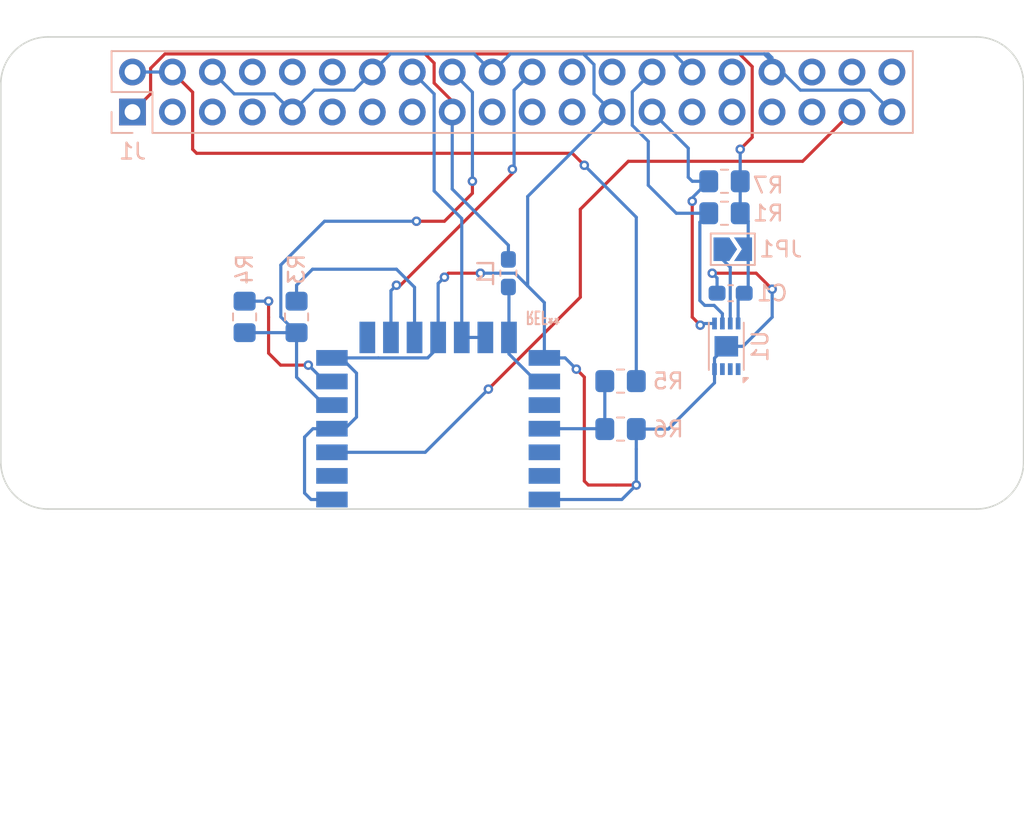
<source format=kicad_pcb>
(kicad_pcb (version 20241229) (generator "pcbnew") (generator_version "9.0")
  (title_block (date "15 nov 2012"))
  (layers (0 "F.Cu" signal) (2 "B.Cu" signal) (13 "F.Paste" user) (15 "B.Paste" user) (5 "F.SilkS" user "F.Silkscreen") (7 "B.SilkS" user "B.Silkscreen") (1 "F.Mask" user) (3 "B.Mask" user) (25 "Edge.Cuts" user))
  (net 0 "")
  (net 1 "GND")
  (net 2 "/GPIO3")
  (net 3 "/GPIO12")
  (net 4 "/GPIO13")
  (net 5 "/GPIO18")
  (net 6 "/GPIO17")
  (net 7 "/GPIO14")
  (net 8 "/GPIO27")
  (net 9 "/GPIO22")
  (net 10 "/GPIO23")
  (net 11 "/GPIO26")
  (net 12 "/GPIO24")
  (net 13 "/GPIO2")
  (net 14 "/GPIO1")
  (net 15 "/GPIO25")
  (net 16 "/GPIO9")
  (net 17 "/GPIO10")
  (net 18 "/GPIO20")
  (net 19 "/GPIO19")
  (net 20 "/GPIO8")
  (net 21 "/GPIO0")
  (net 22 "/GPIO6")
  (net 23 "/GPIO7")
  (net 24 "/GPIO11")
  (net 25 "/GPIO4")
  (net 26 "/GPIO16")
  (net 27 "/GPIO21")
  (net 28 "Net-(U2-DO)")
  (net 29 "+5V")
  (net 30 "+3V3")
  (net 31 "/WL_GPIO2")
  (net 33 "/WL_GPIO0")
  (net 34 "/WL_GPIO1")
  (net 36 "Net-(U2-VDDIO)")
  (net 38 "Net-(U2-nIRQ)")
  (net 39 "Net-(JP1-A)")
  (net 43 "/GPIO5")
  (net 44 "/GPIO15")
  (footprint "MountingHole:MountingHole_2.7mm_M2.5" (layer "F.Cu") (at 161.5 73.5)
    (property "Reference" "MH2" (hide yes))
    (property "Value" "MountingHole_2.7mm_M2.5" (hide yes))
    (pad "" np_thru_hole circle (at 0 0) (size 2.7 2.7) (drill 2.7) (layers "*.Cu" "*.Mask"))
  )
  (footprint "MountingHole:MountingHole_2.7mm_M2.5" (layer "F.Cu") (at 103.5 96.5)
    (property "Reference" "MH3" (hide yes))
    (property "Value" "MountingHole_2.7mm_M2.5" (hide yes))
    (pad "" np_thru_hole circle (at 0 0) (size 2.7 2.7) (drill 2.7) (layers "*.Cu" "*.Mask"))
  )
  (footprint "MountingHole:MountingHole_2.7mm_M2.5" (layer "F.Cu") (at 103.5 73.5)
    (property "Reference" "MH1" (hide yes))
    (property "Value" "MountingHole_2.7mm_M2.5" (hide yes))
    (pad "" np_thru_hole circle (at 0 0) (size 2.7 2.7) (drill 2.7) (layers "*.Cu" "*.Mask"))
  )
  (footprint "MountingHole:MountingHole_2.7mm_M2.5" (layer "F.Cu") (at 161.5 96.5)
    (property "Reference" "MH4" (hide yes))
    (property "Value" "MountingHole_2.7mm_M2.5" (hide yes))
    (pad "" np_thru_hole circle (at 0 0) (size 2.7 2.7) (drill 2.7) (layers "*.Cu" "*.Mask"))
  )
  (footprint "Connector_PinSocket_2.54mm:PinSocket_2x20_P2.54mm_Vertical" (layer "B.Cu") (at 108.37 74.77 -90)
    (property "Reference" "J1" (at 2.5 0 0) (layer "B.SilkS") (effects (justify mirror)))
    (property "Value" "GPIO")
    (fp_line (start -3.87 1.33) (end -1.27 1.33) (stroke (width 0.12)) (layer "B.SilkS"))
    (fp_line (start -3.87 1.33) (end -3.87 -49.59) (stroke (width 0.12)) (layer "B.SilkS"))
    (fp_line (start -1.27 1.33) (end -1.27 -1.27) (stroke (width 0.12)) (layer "B.SilkS"))
    (fp_line (start 0 1.33) (end 1.33 1.33) (stroke (width 0.12)) (layer "B.SilkS"))
    (fp_line (start 1.33 1.33) (end 1.33 0) (stroke (width 0.12)) (layer "B.SilkS"))
    (fp_line (start -1.27 -1.27) (end 1.33 -1.27) (stroke (width 0.12)) (layer "B.SilkS"))
    (fp_line (start 1.33 -1.27) (end 1.33 -49.59) (stroke (width 0.12)) (layer "B.SilkS"))
    (fp_line (start -3.87 -49.59) (end 1.33 -49.59) (stroke (width 0.12)) (layer "B.SilkS"))
    (pad "1" thru_hole rect (at 0 0 270) (size 1.7 1.7) (drill 1) (layers "*.Cu" "*.Mask") (net 30 "+3V3"))
    (pad "2" thru_hole circle (at -2.54 0 270) (size 1.7 1.7) (drill 1) (layers "*.Cu" "*.Mask") (net 29 "+5V"))
    (pad "3" thru_hole circle (at 0 -2.54 270) (size 1.7 1.7) (drill 1) (layers "*.Cu" "*.Mask") (net 13 "/GPIO2"))
    (pad "4" thru_hole circle (at -2.54 -2.54 270) (size 1.7 1.7) (drill 1) (layers "*.Cu" "*.Mask") (net 29 "+5V"))
    (pad "5" thru_hole circle (at 0 -5.08 270) (size 1.7 1.7) (drill 1) (layers "*.Cu" "*.Mask") (net 2 "/GPIO3"))
    (pad "6" thru_hole circle (at -2.54 -5.08 270) (size 1.7 1.7) (drill 1) (layers "*.Cu" "*.Mask") (net 1 "GND"))
    (pad "7" thru_hole circle (at 0 -7.62 270) (size 1.7 1.7) (drill 1) (layers "*.Cu" "*.Mask") (net 7 "/GPIO14"))
    (pad "8" thru_hole circle (at -2.54 -7.62 270) (size 1.7 1.7) (drill 1) (layers "*.Cu" "*.Mask") (net 25 "/GPIO4"))
    (pad "9" thru_hole circle (at 0 -10.16 270) (size 1.7 1.7) (drill 1) (layers "*.Cu" "*.Mask") (net 1 "GND"))
    (pad "10" thru_hole circle (at -2.54 -10.16 270) (size 1.7 1.7) (drill 1) (layers "*.Cu" "*.Mask") (net 44 "/GPIO15"))
    (pad "11" thru_hole circle (at 0 -12.7 270) (size 1.7 1.7) (drill 1) (layers "*.Cu" "*.Mask") (net 6 "/GPIO17"))
    (pad "12" thru_hole circle (at -2.54 -12.7 270) (size 1.7 1.7) (drill 1) (layers "*.Cu" "*.Mask") (net 5 "/GPIO18"))
    (pad "13" thru_hole circle (at 0 -15.24 270) (size 1.7 1.7) (drill 1) (layers "*.Cu" "*.Mask") (net 8 "/GPIO27"))
    (pad "14" thru_hole circle (at -2.54 -15.24 270) (size 1.7 1.7) (drill 1) (layers "*.Cu" "*.Mask") (net 1 "GND"))
    (pad "15" thru_hole circle (at 0 -17.78 270) (size 1.7 1.7) (drill 1) (layers "*.Cu" "*.Mask") (net 9 "/GPIO22"))
    (pad "16" thru_hole circle (at -2.54 -17.78 270) (size 1.7 1.7) (drill 1) (layers "*.Cu" "*.Mask") (net 10 "/GPIO23"))
    (pad "17" thru_hole circle (at 0 -20.32 270) (size 1.7 1.7) (drill 1) (layers "*.Cu" "*.Mask") (net 30 "+3V3"))
    (pad "18" thru_hole circle (at -2.54 -20.32 270) (size 1.7 1.7) (drill 1) (layers "*.Cu" "*.Mask") (net 12 "/GPIO24"))
    (pad "19" thru_hole circle (at 0 -22.86 270) (size 1.7 1.7) (drill 1) (layers "*.Cu" "*.Mask") (net 24 "/GPIO11"))
    (pad "20" thru_hole circle (at -2.54 -22.86 270) (size 1.7 1.7) (drill 1) (layers "*.Cu" "*.Mask") (net 1 "GND"))
    (pad "21" thru_hole circle (at 0 -25.4 270) (size 1.7 1.7) (drill 1) (layers "*.Cu" "*.Mask") (net 3 "/GPIO12"))
    (pad "22" thru_hole circle (at -2.54 -25.4 270) (size 1.7 1.7) (drill 1) (layers "*.Cu" "*.Mask") (net 15 "/GPIO25"))
    (pad "23" thru_hole circle (at 0 -27.94 270) (size 1.7 1.7) (drill 1) (layers "*.Cu" "*.Mask") (net 17 "/GPIO10"))
    (pad "24" thru_hole circle (at -2.54 -27.94 270) (size 1.7 1.7) (drill 1) (layers "*.Cu" "*.Mask") (net 20 "/GPIO8"))
    (pad "25" thru_hole circle (at 0 -30.48 270) (size 1.7 1.7) (drill 1) (layers "*.Cu" "*.Mask") (net 1 "GND"))
    (pad "26" thru_hole circle (at -2.54 -30.48 270) (size 1.7 1.7) (drill 1) (layers "*.Cu" "*.Mask") (net 23 "/GPIO7"))
    (pad "27" thru_hole circle (at 0 -33.02 270) (size 1.7 1.7) (drill 1) (layers "*.Cu" "*.Mask") (net 21 "/GPIO0"))
    (pad "28" thru_hole circle (at -2.54 -33.02 270) (size 1.7 1.7) (drill 1) (layers "*.Cu" "*.Mask") (net 14 "/GPIO1"))
    (pad "29" thru_hole circle (at 0 -35.56 270) (size 1.7 1.7) (drill 1) (layers "*.Cu" "*.Mask") (net 43 "/GPIO5"))
    (pad "30" thru_hole circle (at -2.54 -35.56 270) (size 1.7 1.7) (drill 1) (layers "*.Cu" "*.Mask") (net 1 "GND"))
    (pad "31" thru_hole circle (at 0 -38.1 270) (size 1.7 1.7) (drill 1) (layers "*.Cu" "*.Mask") (net 22 "/GPIO6"))
    (pad "32" thru_hole circle (at -2.54 -38.1 270) (size 1.7 1.7) (drill 1) (layers "*.Cu" "*.Mask") (net 16 "/GPIO9"))
    (pad "33" thru_hole circle (at 0 -40.64 270) (size 1.7 1.7) (drill 1) (layers "*.Cu" "*.Mask") (net 4 "/GPIO13"))
    (pad "34" thru_hole circle (at -2.54 -40.64 270) (size 1.7 1.7) (drill 1) (layers "*.Cu" "*.Mask") (net 1 "GND"))
    (pad "35" thru_hole circle (at 0 -43.18 270) (size 1.7 1.7) (drill 1) (layers "*.Cu" "*.Mask") (net 19 "/GPIO19"))
    (pad "36" thru_hole circle (at -2.54 -43.18 270) (size 1.7 1.7) (drill 1) (layers "*.Cu" "*.Mask") (net 26 "/GPIO16"))
    (pad "37" thru_hole circle (at 0 -45.72 270) (size 1.7 1.7) (drill 1) (layers "*.Cu" "*.Mask") (net 11 "/GPIO26"))
    (pad "38" thru_hole circle (at -2.54 -45.72 270) (size 1.7 1.7) (drill 1) (layers "*.Cu" "*.Mask") (net 18 "/GPIO20"))
    (pad "39" thru_hole circle (at 0 -48.26 270) (size 1.7 1.7) (drill 1) (layers "*.Cu" "*.Mask") (net 1 "GND"))
    (pad "40" thru_hole circle (at -2.54 -48.26 270) (size 1.7 1.7) (drill 1) (layers "*.Cu" "*.Mask") (net 27 "/GPIO21"))
  )
  (footprint "Resistor_SMD:R_0805_2012Metric_Pad1.20x1.40mm_HandSolder" (layer "B.Cu") (at 145.99 79.172 180)
    (property "Reference" "R7" (at -2.778 -0.254 0) (layer "B.SilkS") (effects (justify mirror)))
    (property "Value" "3.9k")
    (fp_line (start -0.227064 0.735) (end 0.227064 0.735) (stroke (width 0.12)) (layer "B.SilkS"))
    (fp_line (start -0.227064 -0.735) (end 0.227064 -0.735) (stroke (width 0.12)) (layer "B.SilkS"))
    (pad "1" smd roundrect (at -1 0 180) (size 1.2 1.4) (layers "B.Cu" "B.Mask" "B.Paste") (roundrect_rratio 0.208333) (net 30 "+3V3"))
    (pad "2" smd roundrect (at 1 0 180) (size 1.2 1.4) (layers "B.Cu" "B.Mask" "B.Paste") (roundrect_rratio 0.208333) (net 21 "/GPIO0"))
  )
  (footprint "Resistor_SMD:R_0805_2012Metric_Pad1.20x1.40mm_HandSolder" (layer "B.Cu") (at 115.494 87.792 90)
    (property "Reference" "R4" (at 3.032 0 90) (layer "B.SilkS") (effects (justify mirror)))
    (property "Value" "470")
    (fp_line (start -0.227064 -0.735) (end 0.227064 -0.735) (stroke (width 0.12)) (layer "B.SilkS"))
    (fp_line (start -0.227064 0.735) (end 0.227064 0.735) (stroke (width 0.12)) (layer "B.SilkS"))
    (pad "1" smd roundrect (at -1 0 90) (size 1.2 1.4) (layers "B.Cu" "B.Mask" "B.Paste") (roundrect_rratio 0.208333) (net 12 "/GPIO24"))
    (pad "2" smd roundrect (at 1 0 90) (size 1.2 1.4) (layers "B.Cu" "B.Mask" "B.Paste") (roundrect_rratio 0.208333) (net 28 "Net-(U2-DO)"))
  )
  (footprint "Resistor_SMD:R_0805_2012Metric_Pad1.20x1.40mm_HandSolder" (layer "B.Cu") (at 139.386 91.872 180)
    (property "Reference" "R5" (at -3.032 0 0) (layer "B.SilkS") (effects (justify mirror)))
    (property "Value" "10k")
    (fp_line (start -0.227064 0.735) (end 0.227064 0.735) (stroke (width 0.12)) (layer "B.SilkS"))
    (fp_line (start -0.227064 -0.735) (end 0.227064 -0.735) (stroke (width 0.12)) (layer "B.SilkS"))
    (pad "1" smd roundrect (at -1 0 180) (size 1.2 1.4) (layers "B.Cu" "B.Mask" "B.Paste") (roundrect_rratio 0.208333) (net 29 "+5V"))
    (pad "2" smd roundrect (at 1 0 180) (size 1.2 1.4) (layers "B.Cu" "B.Mask" "B.Paste") (roundrect_rratio 0.208333) (net 34 "/WL_GPIO1"))
  )
  (footprint "Resistor_SMD:R_0805_2012Metric_Pad1.20x1.40mm_HandSolder" (layer "B.Cu") (at 118.796 87.792 90)
    (property "Reference" "R3" (at 3.032 0 90) (layer "B.SilkS") (effects (justify mirror)))
    (property "Value" "470")
    (fp_line (start -0.227064 -0.735) (end 0.227064 -0.735) (stroke (width 0.12)) (layer "B.SilkS"))
    (fp_line (start -0.227064 0.735) (end 0.227064 0.735) (stroke (width 0.12)) (layer "B.SilkS"))
    (pad "1" smd roundrect (at -1 0 90) (size 1.2 1.4) (layers "B.Cu" "B.Mask" "B.Paste") (roundrect_rratio 0.208333) (net 12 "/GPIO24"))
    (pad "2" smd roundrect (at 1 0 90) (size 1.2 1.4) (layers "B.Cu" "B.Mask" "B.Paste") (roundrect_rratio 0.208333) (net 38 "Net-(U2-nIRQ)"))
  )
  (footprint "Resistor_SMD:R_0805_2012Metric_Pad1.20x1.40mm_HandSolder" (layer "B.Cu") (at 145.99 81.204 180)
    (property "Reference" "R1" (at -2.778 0 0) (layer "B.SilkS") (effects (justify mirror)))
    (property "Value" "3.9k")
    (fp_line (start -0.227064 0.735) (end 0.227064 0.735) (stroke (width 0.12)) (layer "B.SilkS"))
    (fp_line (start -0.227064 -0.735) (end 0.227064 -0.735) (stroke (width 0.12)) (layer "B.SilkS"))
    (pad "1" smd roundrect (at -1 0 180) (size 1.2 1.4) (layers "B.Cu" "B.Mask" "B.Paste") (roundrect_rratio 0.208333) (net 30 "+3V3"))
    (pad "2" smd roundrect (at 1 0 180) (size 1.2 1.4) (layers "B.Cu" "B.Mask" "B.Paste") (roundrect_rratio 0.208333) (net 14 "/GPIO1"))
  )
  (footprint "lsc-module:rpi_rmc20452t" (layer "B.Cu") (at 127.794 96.846)
    (property "Reference" "U2" (hide yes))
    (property "Value" "RMC20452" (hide yes))
    (fp_text user "REF**" (at 5.5 -9.5 180) (layer "B.SilkS") (effects (font (size 0.8 0.5) (thickness 0.125) (bold yes)) (justify left bottom mirror)))
    (pad "1" smd rect (at -6.75 2.55) (size 2 1) (layers "B.Cu" "B.Mask" "B.Paste") (net 1 "GND") (clearance 0))
    (pad "2" smd rect (at -6.75 1.05) (size 2 1) (layers "B.Cu" "B.Mask" "B.Paste") (clearance 0))
    (pad "3" smd rect (at -6.75 -0.45) (size 2 1) (layers "B.Cu" "B.Mask" "B.Paste") (net 11 "/GPIO26") (clearance 0))
    (pad "4" smd rect (at -6.75 -1.95) (size 2 1) (layers "B.Cu" "B.Mask" "B.Paste") (net 1 "GND") (clearance 0))
    (pad "5" smd rect (at -6.75 -3.45) (size 2 1) (layers "B.Cu" "B.Mask" "B.Paste") (net 12 "/GPIO24") (clearance 0))
    (pad "6" smd rect (at -6.75 -4.95) (size 2 1) (layers "B.Cu" "B.Mask" "B.Paste") (net 28 "Net-(U2-DO)") (clearance 0))
    (pad "7" smd rect (at -6.75 -6.45) (size 2 1) (layers "B.Cu" "B.Mask" "B.Paste") (net 1 "GND") (clearance 0))
    (pad "8" smd rect (at -4.5 -7.75 270) (size 2 1) (layers "B.Cu" "B.Mask" "B.Paste") (net 33 "/WL_GPIO0") (clearance 0))
    (pad "9" smd rect (at -3 -7.75 270) (size 2 1) (layers "B.Cu" "B.Mask" "B.Paste") (net 15 "/GPIO25") (clearance 0))
    (pad "10" smd rect (at -1.5 -7.75 270) (size 2 1) (layers "B.Cu" "B.Mask" "B.Paste") (net 38 "Net-(U2-nIRQ)") (clearance 0))
    (pad "11" smd rect (at 0 -7.75 270) (size 2 1) (layers "B.Cu" "B.Mask" "B.Paste") (net 1 "GND") (clearance 0))
    (pad "12" smd rect (at 1.5 -7.75 270) (size 2 1) (layers "B.Cu" "B.Mask" "B.Paste") (net 10 "/GPIO23") (clearance 0))
    (pad "13" smd rect (at 3 -7.75 270) (size 2 1) (layers "B.Cu" "B.Mask" "B.Paste") (net 10 "/GPIO23") (clearance 0))
    (pad "14" smd rect (at 4.5 -7.75 270) (size 2 1) (layers "B.Cu" "B.Mask" "B.Paste") (net 36 "Net-(U2-VDDIO)") (clearance 0))
    (pad "15" smd rect (at 6.75 -6.45 180) (size 2 1) (layers "B.Cu" "B.Mask" "B.Paste") (net 1 "GND") (clearance 0))
    (pad "16" smd rect (at 6.75 -4.95 180) (size 2 1) (layers "B.Cu" "B.Mask" "B.Paste") (net 36 "Net-(U2-VDDIO)") (clearance 0))
    (pad "17" smd rect (at 6.75 -3.45 180) (size 2 1) (layers "B.Cu" "B.Mask" "B.Paste") (net 31 "/WL_GPIO2") (clearance 0))
    (pad "18" smd rect (at 6.75 -1.95 180) (size 2 1) (layers "B.Cu" "B.Mask" "B.Paste") (net 34 "/WL_GPIO1") (clearance 0))
    (pad "19" smd rect (at 6.75 -0.45 180) (size 2 1) (layers "B.Cu" "B.Mask" "B.Paste") (clearance 0))
    (pad "20" smd rect (at 6.75 1.05 180) (size 2 1) (layers "B.Cu" "B.Mask" "B.Paste") (clearance 0))
    (pad "21" smd rect (at 6.75 2.55 180) (size 2 1) (layers "B.Cu" "B.Mask" "B.Paste") (net 1 "GND") (clearance 0))
  )
  (footprint "Package_DFN_QFN:DFN-8-1EP_3x2mm_P0.5mm_EP1.3x1.5mm" (layer "B.Cu") (at 146.107 89.66 90)
    (property "Reference" "U1" (at 0 2.153 90) (layer "B.SilkS") (effects (justify mirror)))
    (property "Value" "CAT24C256_EP")
    (fp_line (start -1.5 -1.11) (end 1.5 -1.11) (stroke (width 0.12)) (layer "B.SilkS"))
    (fp_line (start -1.5 1.11) (end 1.5 1.11) (stroke (width 0.12)) (layer "B.SilkS"))
    (fp_poly (pts (xy -2.01 1.09) (xy -2.29 1.09) (xy -2.01 1.37) (xy -2.01 1.09)) (stroke (width 0.12)) (fill yes) (layer "B.SilkS"))
    (pad "1" smd rect (at -1.45 0.75 90) (size 0.75 0.3) (layers "B.Cu" "B.Mask" "B.Paste"))
    (pad "2" smd rect (at -1.45 0.25 90) (size 0.75 0.3) (layers "B.Cu" "B.Mask" "B.Paste"))
    (pad "3" smd rect (at -1.45 -0.25 90) (size 0.75 0.3) (layers "B.Cu" "B.Mask" "B.Paste"))
    (pad "4" smd rect (at -1.45 -0.75 90) (size 0.75 0.3) (layers "B.Cu" "B.Mask" "B.Paste") (net 1 "GND"))
    (pad "5" smd rect (at 1.45 -0.75 90) (size 0.75 0.3) (layers "B.Cu" "B.Mask" "B.Paste") (net 21 "/GPIO0"))
    (pad "6" smd rect (at 1.45 -0.25 90) (size 0.75 0.3) (layers "B.Cu" "B.Mask" "B.Paste") (net 14 "/GPIO1"))
    (pad "7" smd rect (at 1.45 0.25 90) (size 0.75 0.3) (layers "B.Cu" "B.Mask" "B.Paste") (net 39 "Net-(JP1-A)"))
    (pad "8" smd rect (at 1.45 0.75 90) (size 0.75 0.3) (layers "B.Cu" "B.Mask" "B.Paste") (net 30 "+3V3"))
    (pad "9" smd rect (at 0 0 90) (size 1.3 1.5) (layers "B.Cu" "B.Mask") (net 1 "GND"))
  )
  (footprint "Resistor_SMD:R_0805_2012Metric_Pad1.20x1.40mm_HandSolder" (layer "B.Cu") (at 139.386 94.92)
    (property "Reference" "R6" (at 3.032 0 0) (layer "B.SilkS") (effects (justify mirror)))
    (property "Value" "10k")
    (fp_line (start -0.227064 -0.735) (end 0.227064 -0.735) (stroke (width 0.12)) (layer "B.SilkS"))
    (fp_line (start -0.227064 0.735) (end 0.227064 0.735) (stroke (width 0.12)) (layer "B.SilkS"))
    (pad "1" smd roundrect (at -1 0) (size 1.2 1.4) (layers "B.Cu" "B.Mask" "B.Paste") (roundrect_rratio 0.208333) (net 34 "/WL_GPIO1"))
    (pad "2" smd roundrect (at 1 0) (size 1.2 1.4) (layers "B.Cu" "B.Mask" "B.Paste") (roundrect_rratio 0.208333) (net 1 "GND"))
  )
  (footprint "Jumper:SolderJumper-2_P1.3mm_Open_TrianglePad1.0x1.5mm" (layer "B.Cu") (at 146.519 83.49)
    (property "Reference" "JP1" (at 3.048 0 180) (layer "B.SilkS") (effects (justify mirror)))
    (property "Value" "ID_WP")
    (fp_line (start -1.4 -1) (end -1.4 1) (stroke (width 0.12)) (layer "B.SilkS"))
    (fp_line (start -1.4 1) (end 1.4 1) (stroke (width 0.12)) (layer "B.SilkS"))
    (fp_line (start 1.4 -1) (end -1.4 -1) (stroke (width 0.12)) (layer "B.SilkS"))
    (fp_line (start 1.4 1) (end 1.4 -1) (stroke (width 0.12)) (layer "B.SilkS"))
    (pad "1" smd custom (at -0.725 0) (size 0.3 0.3) (layers "B.Cu" "B.Mask") (net 39 "Net-(JP1-A)") (options (clearance outline) (anchor rect)) (primitives (gr_poly (pts (xy 1 0) (xy 0.5 -0.75) (xy -0.5 -0.75) (xy -0.5 0.75) (xy 0.5 0.75)) (width 0) (fill yes))))
    (pad "2" smd custom (at 0.725 0) (size 0.3 0.3) (layers "B.Cu" "B.Mask") (net 30 "+3V3") (options (clearance outline) (anchor rect)) (primitives (gr_poly (pts (xy 0.5 -0.75) (xy -0.65 -0.75) (xy -0.15 0) (xy -0.65 0.75) (xy 0.5 0.75)) (width 0) (fill yes))))
  )
  (footprint "Capacitor_SMD:C_0603_1608Metric_Pad1.08x0.95mm_HandSolder" (layer "B.Cu") (at 146.3815 86.284 180)
    (property "Reference" "C1" (at -2.6405 0 0) (layer "B.SilkS") (effects (justify mirror)))
    (property "Value" "0.1uF")
    (fp_line (start -0.146267 0.51) (end 0.146267 0.51) (stroke (width 0.12)) (layer "B.SilkS"))
    (fp_line (start -0.146267 -0.51) (end 0.146267 -0.51) (stroke (width 0.12)) (layer "B.SilkS"))
    (pad "1" smd roundrect (at -0.8625 0 180) (size 1.075 0.95) (layers "B.Cu" "B.Mask" "B.Paste") (net 30 "+3V3"))
    (pad "2" smd roundrect (at 0.8625 0 180) (size 1.075 0.95) (layers "B.Cu" "B.Mask" "B.Paste") (net 1 "GND"))
  )
  (footprint "Inductor_SMD:L_0603_1608Metric_Pad1.05x0.95mm_HandSolder" (layer "B.Cu") (at 132.258 85.014 -90)
    (property "Reference" "L1" (at 0 1.43 90) (layer "B.SilkS") (effects (justify mirror)))
    (property "Value" "BLM18EG471SN1D")
    (fp_line (start -0.171267 0.51) (end 0.171267 0.51) (stroke (width 0.12)) (layer "B.SilkS"))
    (fp_line (start -0.171267 -0.51) (end 0.171267 -0.51) (stroke (width 0.12)) (layer "B.SilkS"))
    (pad "1" smd roundrect (at -0.875 0 270) (size 1.05 0.95) (layers "B.Cu" "B.Mask" "B.Paste") (net 30 "+3V3"))
    (pad "2" smd roundrect (at 0.875 0 270) (size 1.05 0.95) (layers "B.Cu" "B.Mask" "B.Paste") (net 36 "Net-(U2-VDDIO)"))
  )
  (gr_arc (start 162 70) (mid 164.12132 70.87868) (end 165 73) (stroke (width 0.1)) (layer "Edge.Cuts"))
  (gr_line (start 165 97) (end 165 73) (stroke (width 0.1)) (layer "Edge.Cuts"))
  (gr_line (start 100 73) (end 100 97) (stroke (width 0.1)) (layer "Edge.Cuts"))
  (gr_arc (start 103 100) (mid 100.87868 99.12132) (end 100 97) (stroke (width 0.1)) (layer "Edge.Cuts"))
  (gr_line (start 103 100) (end 162 100) (stroke (width 0.1)) (layer "Edge.Cuts"))
  (gr_arc (start 165 97) (mid 164.12132 99.12132) (end 162 100) (stroke (width 0.1)) (layer "Edge.Cuts"))
  (gr_arc (start 100 73) (mid 100.87868 70.87868) (end 103 70) (stroke (width 0.1)) (layer "Edge.Cuts"))
  (gr_line (start 162 70) (end 103 70) (stroke (width 0.1)) (layer "Edge.Cuts"))
  (segment (start 137.338 98.476) (end 137.084 98.222) (width 0.2) (layer "F.Cu") (net 1))
  (segment (start 140.386 98.476) (end 139.116 98.476) (width 0.2) (layer "F.Cu") (net 1))
  (segment (start 137.084 98.222) (end 137.084 91.618) (width 0.2) (layer "F.Cu") (net 1))
  (segment (start 137.084 91.618) (end 136.576 91.11) (width 0.2) (layer "F.Cu") (net 1))
  (segment (start 148.006 85.014) (end 149.022 86.03) (width 0.2) (layer "F.Cu") (net 1))
  (segment (start 130.48 85.014) (end 128.448 85.014) (width 0.2) (layer "F.Cu") (net 1))
  (segment (start 128.448 85.014) (end 128.194 85.268) (width 0.2) (layer "F.Cu") (net 1))
  (segment (start 145.212 85.014) (end 148.006 85.014) (width 0.2) (layer "F.Cu") (net 1))
  (segment (start 139.116 98.476) (end 137.338 98.476) (width 0.2) (layer "F.Cu") (net 1))
  (via (at 130.48 85.014) (size 0.6) (drill 0.3) (layers "F.Cu" "B.Cu") (net 1))
  (via (at 149.022 86.03) (size 0.6) (drill 0.3) (layers "F.Cu" "B.Cu") (net 1))
  (via (at 128.194 85.268) (size 0.6) (drill 0.3) (layers "F.Cu" "B.Cu") (net 1))
  (via (at 145.212 85.014) (size 0.6) (drill 0.3) (layers "F.Cu" "B.Cu") (net 1))
  (via (at 140.386 98.476) (size 0.6) (drill 0.3) (layers "F.Cu" "B.Cu") (net 1))
  (via (at 136.576 91.11) (size 0.6) (drill 0.3) (layers "F.Cu" "B.Cu") (net 1))
  (segment (start 149.022 86.03) (end 149.022 87.808) (width 0.2) (layer "B.Cu") (net 1))
  (segment (start 139.466 99.396) (end 134.544 99.396) (width 0.2) (layer "B.Cu") (net 1))
  (segment (start 146.107 89.66) (end 145.357 90.41) (width 0.2) (layer "B.Cu") (net 1))
  (segment (start 147.17 89.66) (end 146.107 89.66) (width 0.2) (layer "B.Cu") (net 1))
  (segment (start 122.606 91.364) (end 122.606 94.158) (width 0.2) (layer "B.Cu") (net 1))
  (segment (start 148.514 71.079) (end 150.816 73.381) (width 0.2) (layer "B.Cu") (net 1))
  (segment (start 140.386 96.19) (end 140.386 98.476) (width 0.2) (layer "B.Cu") (net 1))
  (segment (start 142.779 71.079) (end 148.514 71.079) (width 0.2) (layer "B.Cu") (net 1))
  (segment (start 114.839 73.619) (end 117.379 73.619) (width 0.2) (layer "B.Cu") (net 1))
  (segment (start 123.61 72.23) (end 124.761 71.079) (width 0.2) (layer "B.Cu") (net 1))
  (segment (start 127.794 89.096) (end 127.794 89.732) (width 0.2) (layer "B.Cu") (net 1))
  (segment (start 119.716 99.396) (end 121.044 99.396) (width 0.2) (layer "B.Cu") (net 1))
  (segment (start 155.241 73.381) (end 156.63 74.77) (width 0.2) (layer "B.Cu") (net 1))
  (segment (start 149.022 87.808) (end 147.17 89.66) (width 0.2) (layer "B.Cu") (net 1))
  (segment (start 127.794 89.732) (end 127.129 90.397) (width 0.2) (layer "B.Cu") (net 1))
  (segment (start 142.779 71.079) (end 143.93 72.23) (width 0.2) (layer "B.Cu") (net 1))
  (segment (start 148.77124 71.079) (end 149.01 71.31776) (width 0.2) (layer "B.Cu") (net 1))
  (segment (start 134.544 86.881866) (end 133.483067 85.820933) (width 0.2) (layer "B.Cu") (net 1))
  (segment (start 133.483067 85.820933) (end 132.676134 85.014) (width 0.2) (layer "B.Cu") (net 1))
  (segment (start 145.357 91.981) (end 142.418 94.92) (width 0.2) (layer "B.Cu") (net 1))
  (segment (start 132.381 71.079) (end 137.02476 71.079) (width 0.2) (layer "B.Cu") (net 1))
  (segment (start 145.519 86.284) (end 145.519 85.321) (width 0.2) (layer "B.Cu") (net 1))
  (segment (start 145.357 90.41) (end 145.357 91.11) (width 0.2) (layer "B.Cu") (net 1))
  (segment (start 122.459 73.381) (end 123.61 72.23) (width 0.2) (layer "B.Cu") (net 1))
  (segment (start 130.079 71.079) (end 131.23 72.23) (width 0.2) (layer "B.Cu") (net 1))
  (segment (start 135.862 90.396) (end 134.544 90.396) (width 0.2) (layer "B.Cu") (net 1))
  (segment (start 113.45 72.23) (end 114.839 73.619) (width 0.2) (layer "B.Cu") (net 1))
  (segment (start 134.544 90.396) (end 134.544 86.881866) (width 0.2) (layer "B.Cu") (net 1))
  (segment (start 137.699 73.619) (end 138.85 74.77) (width 0.2) (layer "B.Cu") (net 1))
  (segment (start 148.514 71.079) (end 148.77124 71.079) (width 0.2) (layer "B.Cu") (net 1))
  (segment (start 119.304 95.428) (end 119.304 98.984) (width 0.2) (layer "B.Cu") (net 1))
  (segment (start 119.304 98.984) (end 119.716 99.396) (width 0.2) (layer "B.Cu") (net 1))
  (segment (start 132.676134 85.014) (end 130.48 85.014) (width 0.2) (layer "B.Cu") (net 1))
  (segment (start 119.836 94.896) (end 119.304 95.428) (width 0.2) (layer "B.Cu") (net 1))
  (segment (start 145.519 85.321) (end 145.212 85.014) (width 0.2) (layer "B.Cu") (net 1))
  (segment (start 137.02476 71.079) (end 137.699 71.75324) (width 0.2) (layer "B.Cu") (net 1))
  (segment (start 122.606 94.158) (end 121.868 94.896) (width 0.2) (layer "B.Cu") (net 1))
  (segment (start 137.699 71.75324) (end 137.699 73.619) (width 0.2) (layer "B.Cu") (net 1))
  (segment (start 123.993 90.396) (end 121.044 90.396) (width 0.2) (layer "B.Cu") (net 1))
  (segment (start 140.386 94.92) (end 140.386 96.19) (width 0.2) (layer "B.Cu") (net 1))
  (segment (start 121.044 90.396) (end 121.638 90.396) (width 0.2) (layer "B.Cu") (net 1))
  (segment (start 133.483067 80.136933) (end 138.85 74.77) (width 0.2) (layer "B.Cu") (net 1))
  (segment (start 150.816 73.381) (end 155.241 73.381) (width 0.2) (layer "B.Cu") (net 1))
  (segment (start 149.01 71.31776) (end 149.01 72.23) (width 0.2) (layer "B.Cu") (net 1))
  (segment (start 124.761 71.079) (end 130.079 71.079) (width 0.2) (layer "B.Cu") (net 1))
  (segment (start 121.044 94.896) (end 119.836 94.896) (width 0.2) (layer "B.Cu") (net 1))
  (segment (start 118.53 74.77) (end 119.919 73.381) (width 0.2) (layer "B.Cu") (net 1))
  (segment (start 137.02476 71.079) (end 142.779 71.079) (width 0.2) (layer "B.Cu") (net 1))
  (segment (start 136.576 91.11) (end 135.862 90.396) (width 0.2) (layer "B.Cu") (net 1))
  (segment (start 140.386 98.476) (end 139.466 99.396) (width 0.2) (layer "B.Cu") (net 1))
  (segment (start 123.993 90.397) (end 123.993 90.396) (width 0.2) (layer "B.Cu") (net 1))
  (segment (start 127.129 90.397) (end 123.993 90.397) (width 0.2) (layer "B.Cu") (net 1))
  (segment (start 121.638 90.396) (end 122.606 91.364) (width 0.2) (layer "B.Cu") (net 1))
  (segment (start 142.418 94.92) (end 140.386 94.92) (width 0.2) (layer "B.Cu") (net 1))
  (segment (start 121.868 94.896) (end 121.044 94.896) (width 0.2) (layer "B.Cu") (net 1))
  (segment (start 131.23 72.23) (end 132.381 71.079) (width 0.2) (layer "B.Cu") (net 1))
  (segment (start 145.357 91.11) (end 145.357 91.981) (width 0.2) (layer "B.Cu") (net 1))
  (segment (start 117.379 73.619) (end 118.53 74.77) (width 0.2) (layer "B.Cu") (net 1))
  (segment (start 133.483067 85.820933) (end 133.483067 80.136933) (width 0.2) (layer "B.Cu") (net 1))
  (segment (start 128.194 85.268) (end 127.794 85.668) (width 0.2) (layer "B.Cu") (net 1))
  (segment (start 119.919 73.381) (end 122.459 73.381) (width 0.2) (layer "B.Cu") (net 1))
  (segment (start 127.794 85.668) (end 127.794 89.096) (width 0.2) (layer "B.Cu") (net 1))
  (segment (start 130.794 89.096) (end 129.294 89.096) (width 0.2) (layer "B.Cu") (net 10))
  (segment (start 129.294 81.542) (end 127.539 79.787) (width 0.2) (layer "B.Cu") (net 10))
  (segment (start 127.539 79.787) (end 127.539 73.619) (width 0.2) (layer "B.Cu") (net 10))
  (segment (start 127.539 73.619) (end 126.15 72.23) (width 0.2) (layer "B.Cu") (net 10))
  (segment (start 129.294 89.096) (end 129.294 81.542) (width 0.2) (layer "B.Cu") (net 10))
  (segment (start 150.958 77.902) (end 154.09 74.77) (width 0.2) (layer "F.Cu") (net 11))
  (segment (start 139.878 77.902) (end 150.958 77.902) (width 0.2) (layer "F.Cu") (net 11))
  (segment (start 136.83 80.95) (end 139.878 77.902) (width 0.2) (layer "F.Cu") (net 11))
  (segment (start 136.83 86.538) (end 136.83 80.95) (width 0.2) (layer "F.Cu") (net 11))
  (segment (start 130.988 92.38) (end 136.83 86.538) (width 0.2) (layer "F.Cu") (net 11))
  (via (at 130.988 92.38) (size 0.6) (drill 0.3) (layers "F.Cu" "B.Cu") (net 11))
  (segment (start 126.972 96.396) (end 130.988 92.38) (width 0.2) (layer "B.Cu") (net 11))
  (segment (start 121.044 96.396) (end 126.972 96.396) (width 0.2) (layer "B.Cu") (net 11))
  (segment (start 128.194 81.712) (end 126.416 81.712) (width 0.2) (layer "F.Cu") (net 12))
  (segment (start 129.972 79.172) (end 129.972 79.934) (width 0.2) (layer "F.Cu") (net 12))
  (segment (start 129.972 79.934) (end 128.194 81.712) (width 0.2) (layer "F.Cu") (net 12))
  (via (at 129.972 79.172) (size 0.6) (drill 0.3) (layers "F.Cu" "B.Cu") (net 12))
  (via (at 126.416 81.712) (size 0.6) (drill 0.3) (layers "F.Cu" "B.Cu") (net 12))
  (segment (start 120.574 81.712) (end 126.416 81.712) (width 0.2) (layer "B.Cu") (net 12))
  (segment (start 118.796 91.618) (end 118.796 88.792) (width 0.2) (layer "B.Cu") (net 12))
  (segment (start 118.796 88.792) (end 117.795 87.791) (width 0.2) (layer "B.Cu") (net 12))
  (segment (start 117.795 84.491) (end 120.574 81.712) (width 0.2) (layer "B.Cu") (net 12))
  (segment (start 121.044 93.396) (end 120.574 93.396) (width 0.2) (layer "B.Cu") (net 12))
  (segment (start 129.972 73.512) (end 128.69 72.23) (width 0.2) (layer "B.Cu") (net 12))
  (segment (start 129.972 79.172) (end 129.972 73.512) (width 0.2) (layer "B.Cu") (net 12))
  (segment (start 120.574 93.396) (end 118.796 91.618) (width 0.2) (layer "B.Cu") (net 12))
  (segment (start 117.795 87.791) (end 117.795 84.491) (width 0.2) (layer "B.Cu") (net 12))
  (segment (start 118.796 88.792) (end 115.494 88.792) (width 0.2) (layer "B.Cu") (net 12))
  (segment (start 141.148 76.632) (end 141.148 79.426) (width 0.2) (layer "B.Cu") (net 14))
  (segment (start 144.4265 81.7675) (end 144.99 81.204) (width 0.2) (layer "B.Cu") (net 14))
  (segment (start 140.132 73.488) (end 140.132 75.616) (width 0.2) (layer "B.Cu") (net 14))
  (segment (start 140.132 75.616) (end 141.148 76.632) (width 0.2) (layer "B.Cu") (net 14))
  (segment (start 145.857 88.21) (end 145.857 87.583) (width 0.2) (layer "B.Cu") (net 14))
  (segment (start 142.926 81.204) (end 144.99 81.204) (width 0.2) (layer "B.Cu") (net 14))
  (segment (start 141.39 72.23) (end 140.132 73.488) (width 0.2) (layer "B.Cu") (net 14))
  (segment (start 145.857 87.583) (end 145.334 87.06) (width 0.2) (layer "B.Cu") (net 14))
  (segment (start 145.334 87.06) (end 144.735366 87.06) (width 0.2) (layer "B.Cu") (net 14))
  (segment (start 144.735366 87.06) (end 144.4265 86.751134) (width 0.2) (layer "B.Cu") (net 14))
  (segment (start 144.4265 86.751134) (end 144.4265 81.7675) (width 0.2) (layer "B.Cu") (net 14))
  (segment (start 141.148 79.426) (end 142.926 81.204) (width 0.2) (layer "B.Cu") (net 14))
  (segment (start 132.512 78.41) (end 132.512 78.664) (width 0.2) (layer "F.Cu") (net 15))
  (segment (start 125.4 85.776) (end 125.146 85.776) (width 0.2) (layer "F.Cu") (net 15))
  (segment (start 132.512 78.664) (end 125.4 85.776) (width 0.2) (layer "F.Cu") (net 15))
  (via (at 132.512 78.41) (size 0.6) (drill 0.3) (layers "F.Cu" "B.Cu") (net 15))
  (via (at 125.146 85.776) (size 0.6) (drill 0.3) (layers "F.Cu" "B.Cu") (net 15))
  (segment (start 132.619 78.303) (end 132.512 78.41) (width 0.2) (layer "B.Cu") (net 15))
  (segment (start 124.794 86.128) (end 125.146 85.776) (width 0.2) (layer "B.Cu") (net 15))
  (segment (start 124.794 89.096) (end 124.794 86.128) (width 0.2) (layer "B.Cu") (net 15))
  (segment (start 133.77 72.23) (end 132.619 73.381) (width 0.2) (layer "B.Cu") (net 15))
  (segment (start 132.619 73.381) (end 132.619 78.303) (width 0.2) (layer "B.Cu") (net 15))
  (segment (start 143.942 80.442) (end 143.942 87.808) (width 0.2) (layer "F.Cu") (net 21))
  (segment (start 143.942 87.808) (end 144.45 88.316) (width 0.2) (layer "F.Cu") (net 21))
  (via (at 143.942 80.442) (size 0.6) (drill 0.3) (layers "F.Cu" "B.Cu") (net 21))
  (via (at 144.45 88.316) (size 0.6) (drill 0.3) (layers "F.Cu" "B.Cu") (net 21))
  (segment (start 143.688 78.918) (end 143.688 77.068) (width 0.2) (layer "B.Cu") (net 21))
  (segment (start 145.357 88.21) (end 144.344 88.21) (width 0.2) (layer "B.Cu") (net 21))
  (segment (start 143.942 79.172) (end 143.688 78.918) (width 0.2) (layer "B.Cu") (net 21))
  (segment (start 144.344 88.21) (end 144.45 88.316) (width 0.2) (layer "B.Cu") (net 21))
  (segment (start 143.942 80.22) (end 144.99 79.172) (width 0.2) (layer "B.Cu") (net 21))
  (segment (start 143.688 77.068) (end 141.39 74.77) (width 0.2) (layer "B.Cu") (net 21))
  (segment (start 144.99 79.172) (end 143.942 79.172) (width 0.2) (layer "B.Cu") (net 21))
  (segment (start 143.942 80.442) (end 143.942 80.22) (width 0.2) (layer "B.Cu") (net 21))
  (segment (start 117.018 86.792) (end 117.018 87.812688) (width 0.2) (layer "F.Cu") (net 28))
  (segment (start 117.018 90.094) (end 117.78 90.856) (width 0.2) (layer "F.Cu") (net 28))
  (segment (start 117.018 87.808) (end 117.018 90.094) (width 0.2) (layer "F.Cu") (net 28))
  (segment (start 117.78 90.856) (end 119.543998 90.856) (width 0.2) (layer "F.Cu") (net 28))
  (via (at 117.018 86.792) (size 0.6) (drill 0.3) (layers "F.Cu" "B.Cu") (net 28))
  (via (at 119.543998 90.856) (size 0.6) (drill 0.3) (layers "F.Cu" "B.Cu") (net 28))
  (segment (start 119.812 91.11) (end 119.558 90.856) (width 0.2) (layer "B.Cu") (net 28))
  (segment (start 121.044 91.896) (end 120.598 91.896) (width 0.2) (layer "B.Cu") (net 28))
  (segment (start 117.018 86.792) (end 115.748 86.792) (width 0.2) (layer "B.Cu") (net 28))
  (segment (start 120.598 91.896) (end 119.812 91.11) (width 0.2) (layer "B.Cu") (net 28))
  (segment (start 121.544 91.896) (end 121.044 91.896) (width 0.2) (layer "B.Cu") (net 28))
  (segment (start 119.558 90.856) (end 119.543998 90.856) (width 0.2) (layer "B.Cu") (net 28))
  (segment (start 137.084 78.156) (end 136.322 77.394) (width 0.2) (layer "F.Cu") (net 29))
  (segment (start 112.192 77.14) (end 112.192 73.512) (width 0.2) (layer "F.Cu") (net 29))
  (segment (start 112.192 73.512) (end 110.91 72.23) (width 0.2) (layer "F.Cu") (net 29))
  (segment (start 112.446 77.394) (end 112.192 77.14) (width 0.2) (layer "F.Cu") (net 29))
  (segment (start 136.322 77.394) (end 112.446 77.394) (width 0.2) (layer "F.Cu") (net 29))
  (via (at 137.084 78.156) (size 0.6) (drill 0.3) (layers "F.Cu" "B.Cu") (net 29))
  (segment (start 137.084 78.156) (end 140.386 81.458) (width 0.2) (layer "B.Cu") (net 29))
  (segment (start 140.386 81.458) (end 140.386 91.872) (width 0.2) (layer "B.Cu") (net 29))
  (segment (start 108.37 72.23) (end 110.91 72.23) (width 0.2) (layer "B.Cu") (net 29))
  (segment (start 127.539 71.659) (end 127.539 72.929) (width 0.2) (layer "F.Cu") (net 30))
  (segment (start 147.752 71.88424) (end 146.94676 71.079) (width 0.2) (layer "F.Cu") (net 30))
  (segment (start 108.37 74.77) (end 109.521 73.619) (width 0.2) (layer "F.Cu") (net 30))
  (segment (start 128.69 74.08) (end 128.69 74.77) (width 0.2) (layer "F.Cu") (net 30))
  (segment (start 109.521 71.99124) (end 110.43324 71.079) (width 0.2) (layer "F.Cu") (net 30))
  (segment (start 146.94676 71.079) (end 126.959 71.079) (width 0.2) (layer "F.Cu") (net 30))
  (segment (start 128.448 74.528) (end 128.69 74.77) (width 0.2) (layer "F.Cu") (net 30))
  (segment (start 146.99 77.14) (end 147.752 76.378) (width 0.2) (layer "F.Cu") (net 30))
  (segment (start 127.539 72.929) (end 128.69 74.08) (width 0.2) (layer "F.Cu") (net 30))
  (segment (start 109.521 73.619) (end 109.521 71.99124) (width 0.2) (layer "F.Cu") (net 30))
  (segment (start 147.752 76.378) (end 147.752 71.88424) (width 0.2) (layer "F.Cu") (net 30))
  (segment (start 126.959 71.079) (end 127.539 71.659) (width 0.2) (layer "F.Cu") (net 30))
  (segment (start 110.43324 71.079) (end 126.959 71.079) (width 0.2) (layer "F.Cu") (net 30))
  (via (at 146.99 77.14) (size 0.6) (drill 0.3) (layers "F.Cu" "B.Cu") (net 30))
  (segment (start 146.99 81.204) (end 147.498 81.712) (width 0.2) (layer "B.Cu") (net 30))
  (segment (start 147.498 81.712) (end 147.498 83.236) (width 0.2) (layer "B.Cu") (net 30))
  (segment (start 132.258 83.236) (end 128.69 79.668) (width 0.2) (layer "B.Cu") (net 30))
  (segment (start 146.953 81.241) (end 146.99 81.204) (width 0.2) (layer "B.Cu") (net 30))
  (segment (start 147.498 83.744) (end 147.244 83.49) (width 0.2) (layer "B.Cu") (net 30))
  (segment (start 147.498 86.03) (end 147.498 83.744) (width 0.2) (layer "B.Cu") (net 30))
  (segment (start 147.498 83.236) (end 147.244 83.49) (width 0.2) (layer "B.Cu") (net 30))
  (segment (start 146.857 88.21) (end 146.857 86.417) (width 0.2) (layer "B.Cu") (net 30))
  (segment (start 146.857 86.417) (end 146.99 86.284) (width 0.2) (layer "B.Cu") (net 30))
  (segment (start 147.244 86.284) (end 147.498 86.03) (width 0.2) (layer "B.Cu") (net 30))
  (segment (start 128.69 79.668) (end 128.69 74.77) (width 0.2) (layer "B.Cu") (net 30))
  (segment (start 146.99 77.14) (end 146.99 79.172) (width 0.2) (layer "B.Cu") (net 30))
  (segment (start 146.99 81.204) (end 146.99 79.172) (width 0.2) (layer "B.Cu") (net 30))
  (segment (start 132.258 84.139) (end 132.258 83.236) (width 0.2) (layer "B.Cu") (net 30))
  (segment (start 138.386 91.872) (end 138.386 94.92) (width 0.2) (layer "B.Cu") (net 34))
  (segment (start 138.362 94.896) (end 138.386 94.92) (width 0.2) (layer "B.Cu") (net 34))
  (segment (start 134.544 94.896) (end 138.362 94.896) (width 0.2) (layer "B.Cu") (net 34))
  (segment (start 134.774 91.896) (end 135.052 91.618) (width 0.2) (layer "B.Cu") (net 36))
  (segment (start 132.294 85.925) (end 132.258 85.889) (width 0.2) (layer "B.Cu") (net 36))
  (segment (start 132.294 90.146) (end 132.294 89.096) (width 0.2) (layer "B.Cu") (net 36))
  (segment (start 132.294 89.096) (end 132.294 85.925) (width 0.2) (layer "B.Cu") (net 36))
  (segment (start 134.544 91.896) (end 134.044 91.896) (width 0.2) (layer "B.Cu") (net 36))
  (segment (start 134.044 91.896) (end 132.294 90.146) (width 0.2) (layer "B.Cu") (net 36))
  (segment (start 126.294 85.908) (end 126.294 89.096) (width 0.2) (layer "B.Cu") (net 38))
  (segment (start 118.796 86.792) (end 118.796 85.776) (width 0.2) (layer "B.Cu") (net 38))
  (segment (start 118.796 85.776) (end 119.812 84.76) (width 0.2) (layer "B.Cu") (net 38))
  (segment (start 125.146 84.76) (end 126.294 85.908) (width 0.2) (layer "B.Cu") (net 38))
  (segment (start 119.812 84.76) (end 125.146 84.76) (width 0.2) (layer "B.Cu") (net 38))
  (segment (start 146.3575 88.2095) (end 146.357 88.21) (width 0.2) (layer "B.Cu") (net 39))
  (segment (start 145.794 84.072) (end 146.3575 84.6355) (width 0.2) (layer "B.Cu") (net 39))
  (segment (start 146.3575 84.6355) (end 146.3575 88.2095) (width 0.2) (layer "B.Cu") (net 39))
  (segment (start 145.794 83.49) (end 145.794 84.072) (width 0.2) (layer "B.Cu") (net 39))
)
</source>
